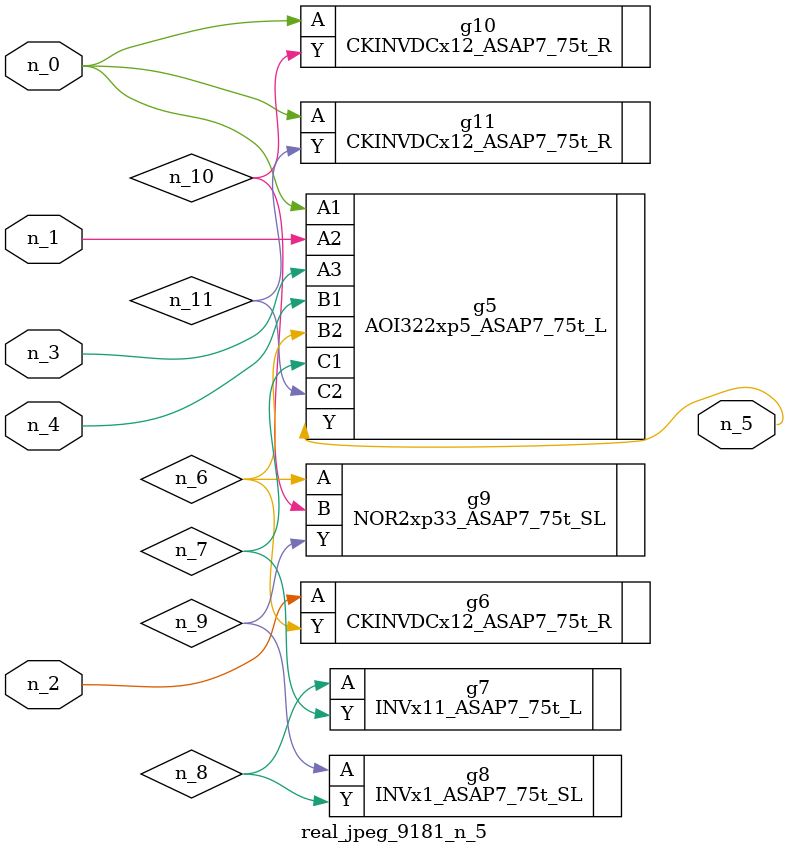
<source format=v>
module real_jpeg_9181_n_5 (n_4, n_0, n_1, n_2, n_3, n_5);

input n_4;
input n_0;
input n_1;
input n_2;
input n_3;

output n_5;

wire n_8;
wire n_11;
wire n_6;
wire n_7;
wire n_10;
wire n_9;

AOI322xp5_ASAP7_75t_L g5 ( 
.A1(n_0),
.A2(n_1),
.A3(n_3),
.B1(n_4),
.B2(n_6),
.C1(n_7),
.C2(n_11),
.Y(n_5)
);

CKINVDCx12_ASAP7_75t_R g10 ( 
.A(n_0),
.Y(n_10)
);

CKINVDCx12_ASAP7_75t_R g11 ( 
.A(n_0),
.Y(n_11)
);

CKINVDCx12_ASAP7_75t_R g6 ( 
.A(n_2),
.Y(n_6)
);

NOR2xp33_ASAP7_75t_SL g9 ( 
.A(n_6),
.B(n_10),
.Y(n_9)
);

INVx11_ASAP7_75t_L g7 ( 
.A(n_8),
.Y(n_7)
);

INVx1_ASAP7_75t_SL g8 ( 
.A(n_9),
.Y(n_8)
);


endmodule
</source>
